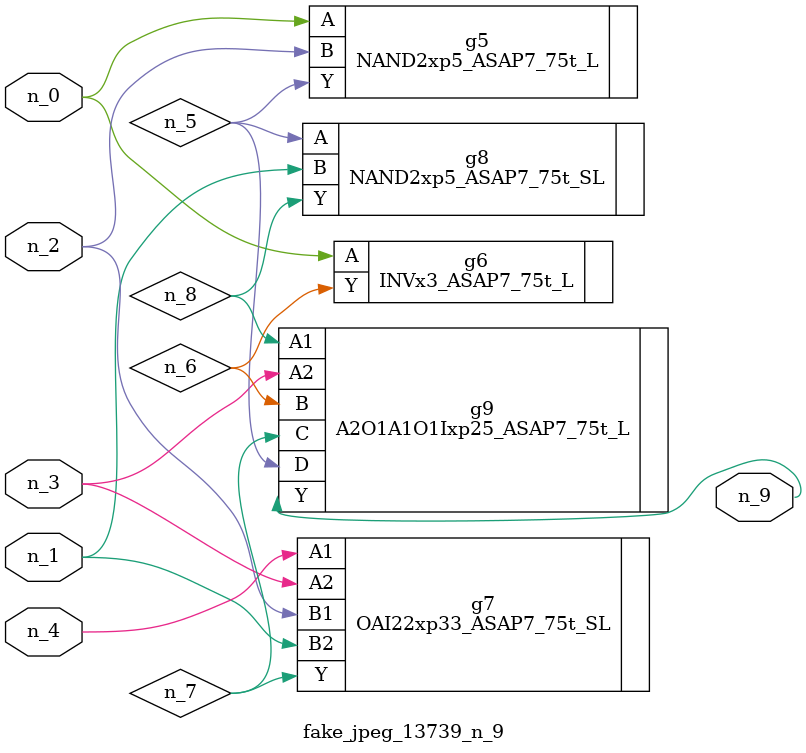
<source format=v>
module fake_jpeg_13739_n_9 (n_3, n_2, n_1, n_0, n_4, n_9);

input n_3;
input n_2;
input n_1;
input n_0;
input n_4;

output n_9;

wire n_8;
wire n_6;
wire n_5;
wire n_7;

NAND2xp5_ASAP7_75t_L g5 ( 
.A(n_0),
.B(n_2),
.Y(n_5)
);

INVx3_ASAP7_75t_L g6 ( 
.A(n_0),
.Y(n_6)
);

OAI22xp33_ASAP7_75t_SL g7 ( 
.A1(n_4),
.A2(n_3),
.B1(n_2),
.B2(n_1),
.Y(n_7)
);

NAND2xp5_ASAP7_75t_SL g8 ( 
.A(n_5),
.B(n_1),
.Y(n_8)
);

A2O1A1O1Ixp25_ASAP7_75t_L g9 ( 
.A1(n_8),
.A2(n_3),
.B(n_6),
.C(n_7),
.D(n_5),
.Y(n_9)
);


endmodule
</source>
